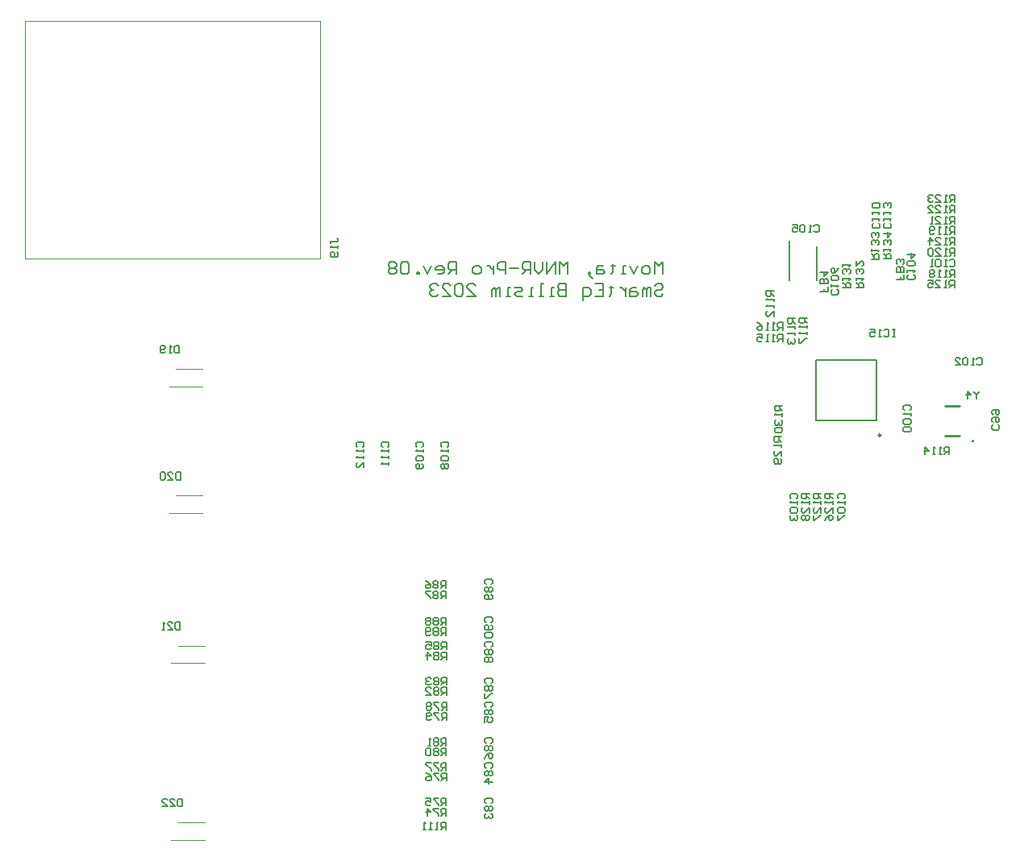
<source format=gbo>
G04*
G04 #@! TF.GenerationSoftware,Altium Limited,Altium Designer,22.2.1 (43)*
G04*
G04 Layer_Color=32896*
%FSLAX25Y25*%
%MOIN*%
G70*
G04*
G04 #@! TF.SameCoordinates,1D5F905C-50EE-4002-88AC-00FA8B853EC3*
G04*
G04*
G04 #@! TF.FilePolarity,Positive*
G04*
G01*
G75*
%ADD10C,0.00500*%
%ADD11C,0.00394*%
%ADD13C,0.00787*%
%ADD14C,0.00984*%
%ADD15C,0.01000*%
D10*
X259637Y486832D02*
X260490Y487684D01*
X262196D01*
X263048Y486832D01*
Y485979D01*
X262196Y485126D01*
X260490D01*
X259637Y484273D01*
Y483421D01*
X260490Y482568D01*
X262196D01*
X263048Y483421D01*
X257932Y482568D02*
Y485979D01*
X257079D01*
X256226Y485126D01*
Y482568D01*
Y485126D01*
X255374Y485979D01*
X254521Y485126D01*
Y482568D01*
X251963Y485979D02*
X250257D01*
X249405Y485126D01*
Y482568D01*
X251963D01*
X252815Y483421D01*
X251963Y484273D01*
X249405D01*
X247699Y485979D02*
Y482568D01*
Y484273D01*
X246846Y485126D01*
X245993Y485979D01*
X245141D01*
X241730Y486832D02*
Y485979D01*
X242583D01*
X240877D01*
X241730D01*
Y483421D01*
X240877Y482568D01*
X234908Y487684D02*
X238319D01*
Y482568D01*
X234908D01*
X238319Y485126D02*
X236613D01*
X229791Y480862D02*
Y485979D01*
X232350D01*
X233202Y485126D01*
Y483421D01*
X232350Y482568D01*
X229791D01*
X222969Y487684D02*
Y482568D01*
X220411D01*
X219559Y483421D01*
Y484273D01*
X220411Y485126D01*
X222969D01*
X220411D01*
X219559Y485979D01*
Y486832D01*
X220411Y487684D01*
X222969D01*
X217853Y482568D02*
X216147D01*
X217000D01*
Y485979D01*
X217853D01*
X213589Y482568D02*
X211884D01*
X212737D01*
Y487684D01*
X213589D01*
X209326Y482568D02*
X207620D01*
X208473D01*
Y485979D01*
X209326D01*
X205062Y482568D02*
X202504D01*
X201651Y483421D01*
X202504Y484273D01*
X204209D01*
X205062Y485126D01*
X204209Y485979D01*
X201651D01*
X199945Y482568D02*
X198240D01*
X199093D01*
Y485979D01*
X199945D01*
X195682Y482568D02*
Y485979D01*
X194829D01*
X193976Y485126D01*
Y482568D01*
Y485126D01*
X193123Y485979D01*
X192271Y485126D01*
Y482568D01*
X182038D02*
X185449D01*
X182038Y485979D01*
Y486832D01*
X182890Y487684D01*
X184596D01*
X185449Y486832D01*
X180332D02*
X179480Y487684D01*
X177774D01*
X176921Y486832D01*
Y483421D01*
X177774Y482568D01*
X179480D01*
X180332Y483421D01*
Y486832D01*
X171805Y482568D02*
X175216D01*
X171805Y485979D01*
Y486832D01*
X172658Y487684D01*
X174363D01*
X175216Y486832D01*
X170099D02*
X169247Y487684D01*
X167541D01*
X166688Y486832D01*
Y485979D01*
X167541Y485126D01*
X168394D01*
X167541D01*
X166688Y484273D01*
Y483421D01*
X167541Y482568D01*
X169247D01*
X170099Y483421D01*
X262847Y491586D02*
Y496703D01*
X261142Y494997D01*
X259436Y496703D01*
Y491586D01*
X256878D02*
X255172D01*
X254320Y492439D01*
Y494144D01*
X255172Y494997D01*
X256878D01*
X257731Y494144D01*
Y492439D01*
X256878Y491586D01*
X252614Y494997D02*
X250909Y491586D01*
X249203Y494997D01*
X247498Y491586D02*
X245792D01*
X246645D01*
Y494997D01*
X247498D01*
X242381Y495850D02*
Y494997D01*
X243234D01*
X241529D01*
X242381D01*
Y492439D01*
X241529Y491586D01*
X238118Y494997D02*
X236412D01*
X235559Y494144D01*
Y491586D01*
X238118D01*
X238970Y492439D01*
X238118Y493292D01*
X235559D01*
X233001Y490733D02*
X232148Y491586D01*
Y492439D01*
X233001D01*
Y491586D01*
X232148D01*
X233001Y490733D01*
X233854Y489881D01*
X223621Y491586D02*
Y496703D01*
X221916Y494997D01*
X220210Y496703D01*
Y491586D01*
X218505D02*
Y496703D01*
X215094Y491586D01*
Y496703D01*
X213388D02*
Y493292D01*
X211683Y491586D01*
X209977Y493292D01*
Y496703D01*
X208272Y491586D02*
Y496703D01*
X205713D01*
X204861Y495850D01*
Y494144D01*
X205713Y493292D01*
X208272D01*
X206566D02*
X204861Y491586D01*
X203155Y494144D02*
X199744D01*
X198039Y491586D02*
Y496703D01*
X195481D01*
X194628Y495850D01*
Y494144D01*
X195481Y493292D01*
X198039D01*
X192922Y494997D02*
Y491586D01*
Y493292D01*
X192069Y494144D01*
X191217Y494997D01*
X190364D01*
X186953Y491586D02*
X185248D01*
X184395Y492439D01*
Y494144D01*
X185248Y494997D01*
X186953D01*
X187806Y494144D01*
Y492439D01*
X186953Y491586D01*
X177573D02*
Y496703D01*
X175015D01*
X174162Y495850D01*
Y494144D01*
X175015Y493292D01*
X177573D01*
X175867D02*
X174162Y491586D01*
X169898D02*
X171604D01*
X172456Y492439D01*
Y494144D01*
X171604Y494997D01*
X169898D01*
X169045Y494144D01*
Y493292D01*
X172456D01*
X167340Y494997D02*
X165634Y491586D01*
X163929Y494997D01*
X162223Y491586D02*
Y492439D01*
X161371D01*
Y491586D01*
X162223D01*
X157960Y495850D02*
X157107Y496703D01*
X155402D01*
X154549Y495850D01*
Y492439D01*
X155402Y491586D01*
X157107D01*
X157960Y492439D01*
Y495850D01*
X152843D02*
X151991Y496703D01*
X150285D01*
X149432Y495850D01*
Y494997D01*
X150285Y494144D01*
X149432Y493292D01*
Y492439D01*
X150285Y491586D01*
X151991D01*
X152843Y492439D01*
Y493292D01*
X151991Y494144D01*
X152843Y494997D01*
Y495850D01*
X151991Y494144D02*
X150285D01*
X64424Y274487D02*
Y271338D01*
X62849D01*
X62325Y271863D01*
Y273962D01*
X62849Y274487D01*
X64424D01*
X59176Y271338D02*
X61275D01*
X59176Y273437D01*
Y273962D01*
X59701Y274487D01*
X60750D01*
X61275Y273962D01*
X56027Y271338D02*
X58126D01*
X56027Y273437D01*
Y273962D01*
X56552Y274487D01*
X57602D01*
X58126Y273962D01*
X63386Y347727D02*
Y344578D01*
X61812D01*
X61287Y345103D01*
Y347202D01*
X61812Y347727D01*
X63386D01*
X58138Y344578D02*
X60237D01*
X58138Y346677D01*
Y347202D01*
X58663Y347727D01*
X59712D01*
X60237Y347202D01*
X57089Y344578D02*
X56039D01*
X56564D01*
Y347727D01*
X57089Y347202D01*
X63555Y409692D02*
Y406544D01*
X61981D01*
X61456Y407068D01*
Y409167D01*
X61981Y409692D01*
X63555D01*
X58307Y406544D02*
X60406D01*
X58307Y408643D01*
Y409167D01*
X58832Y409692D01*
X59882D01*
X60406Y409167D01*
X57258D02*
X56733Y409692D01*
X55684D01*
X55159Y409167D01*
Y407068D01*
X55684Y406544D01*
X56733D01*
X57258Y407068D01*
Y409167D01*
X63018Y462098D02*
Y458949D01*
X61444D01*
X60919Y459474D01*
Y461573D01*
X61444Y462098D01*
X63018D01*
X59869Y458949D02*
X58820D01*
X59345D01*
Y462098D01*
X59869Y461573D01*
X57246Y459474D02*
X56721Y458949D01*
X55671D01*
X55147Y459474D01*
Y461573D01*
X55671Y462098D01*
X56721D01*
X57246Y461573D01*
Y461048D01*
X56721Y460524D01*
X55147D01*
X125552Y504446D02*
Y505495D01*
Y504971D01*
X128176D01*
X128701Y505495D01*
Y506020D01*
X128176Y506545D01*
X128701Y503396D02*
Y502347D01*
Y502871D01*
X125552D01*
X126077Y503396D01*
X128176Y500772D02*
X128701Y500248D01*
Y499198D01*
X128176Y498673D01*
X126077D01*
X125552Y499198D01*
Y500248D01*
X126077Y500772D01*
X126602D01*
X127127Y500248D01*
Y498673D01*
X322520Y473447D02*
X319371D01*
Y471873D01*
X319896Y471348D01*
X320946D01*
X321470Y471873D01*
Y473447D01*
Y472398D02*
X322520Y471348D01*
Y470299D02*
Y469249D01*
Y469774D01*
X319371D01*
X319896Y470299D01*
X322520Y467675D02*
Y466625D01*
Y467150D01*
X319371D01*
X319896Y467675D01*
X319371Y465051D02*
Y462952D01*
X319896D01*
X321995Y465051D01*
X322520D01*
X362928Y435272D02*
X362403Y435797D01*
Y436846D01*
X362928Y437371D01*
X365027D01*
X365551Y436846D01*
Y435797D01*
X365027Y435272D01*
X365551Y434223D02*
Y433173D01*
Y433698D01*
X362403D01*
X362928Y434223D01*
Y431599D02*
X362403Y431074D01*
Y430024D01*
X362928Y429500D01*
X365027D01*
X365551Y430024D01*
Y431074D01*
X365027Y431599D01*
X362928D01*
Y428450D02*
X362403Y427925D01*
Y426876D01*
X362928Y426351D01*
X365027D01*
X365551Y426876D01*
Y427925D01*
X365027Y428450D01*
X362928D01*
X401562Y429250D02*
X402087Y428725D01*
Y427676D01*
X401562Y427151D01*
X399463D01*
X398938Y427676D01*
Y428725D01*
X399463Y429250D01*
Y430300D02*
X398938Y430824D01*
Y431874D01*
X399463Y432399D01*
X401562D01*
X402087Y431874D01*
Y430824D01*
X401562Y430300D01*
X401037D01*
X400513Y430824D01*
Y432399D01*
X399463Y433448D02*
X398938Y433973D01*
Y435023D01*
X399463Y435547D01*
X401562D01*
X402087Y435023D01*
Y433973D01*
X401562Y433448D01*
X401037D01*
X400513Y433973D01*
Y435547D01*
X317638Y473329D02*
X314489D01*
Y471755D01*
X315014Y471230D01*
X316064D01*
X316588Y471755D01*
Y473329D01*
Y472280D02*
X317638Y471230D01*
Y470181D02*
Y469131D01*
Y469656D01*
X314489D01*
X315014Y470181D01*
X317638Y467557D02*
Y466507D01*
Y467032D01*
X314489D01*
X315014Y467557D01*
Y464933D02*
X314489Y464408D01*
Y463359D01*
X315014Y462834D01*
X315539D01*
X316064Y463359D01*
Y463883D01*
Y463359D01*
X316588Y462834D01*
X317113D01*
X317638Y463359D01*
Y464408D01*
X317113Y464933D01*
X393530Y443160D02*
Y442635D01*
X392480Y441585D01*
X391431Y442635D01*
Y443160D01*
X392480Y441585D02*
Y440011D01*
X388807D02*
Y443160D01*
X390382Y441585D01*
X388282D01*
X354214Y497926D02*
X357362D01*
Y499500D01*
X356838Y500025D01*
X355788D01*
X355263Y499500D01*
Y497926D01*
Y498975D02*
X354214Y500025D01*
Y501074D02*
Y502124D01*
Y501599D01*
X357362D01*
X356838Y501074D01*
Y503698D02*
X357362Y504223D01*
Y505272D01*
X356838Y505797D01*
X356313D01*
X355788Y505272D01*
Y504748D01*
Y505272D01*
X355263Y505797D01*
X354739D01*
X354214Y505272D01*
Y504223D01*
X354739Y503698D01*
X354214Y508421D02*
X357362D01*
X355788Y506847D01*
Y508946D01*
X349214Y497847D02*
X352362D01*
Y499421D01*
X351838Y499946D01*
X350788D01*
X350263Y499421D01*
Y497847D01*
Y498897D02*
X349214Y499946D01*
Y500996D02*
Y502045D01*
Y501520D01*
X352362D01*
X351838Y500996D01*
Y503619D02*
X352362Y504144D01*
Y505194D01*
X351838Y505719D01*
X351313D01*
X350788Y505194D01*
Y504669D01*
Y505194D01*
X350263Y505719D01*
X349739D01*
X349214Y505194D01*
Y504144D01*
X349739Y503619D01*
X351838Y506768D02*
X352362Y507293D01*
Y508342D01*
X351838Y508867D01*
X351313D01*
X350788Y508342D01*
Y507818D01*
Y508342D01*
X350263Y508867D01*
X349739D01*
X349214Y508342D01*
Y507293D01*
X349739Y506768D01*
X342796Y485997D02*
X345945D01*
Y487571D01*
X345420Y488096D01*
X344371D01*
X343846Y487571D01*
Y485997D01*
Y487046D02*
X342796Y488096D01*
Y489145D02*
Y490195D01*
Y489670D01*
X345945D01*
X345420Y489145D01*
Y491769D02*
X345945Y492294D01*
Y493343D01*
X345420Y493868D01*
X344896D01*
X344371Y493343D01*
Y492819D01*
Y493343D01*
X343846Y493868D01*
X343321D01*
X342796Y493343D01*
Y492294D01*
X343321Y491769D01*
X342796Y497017D02*
Y494918D01*
X344896Y497017D01*
X345420D01*
X345945Y496492D01*
Y495442D01*
X345420Y494918D01*
X337403Y485931D02*
X340551D01*
Y487505D01*
X340027Y488030D01*
X338977D01*
X338452Y487505D01*
Y485931D01*
Y486980D02*
X337403Y488030D01*
Y489079D02*
Y490129D01*
Y489604D01*
X340551D01*
X340027Y489079D01*
Y491703D02*
X340551Y492228D01*
Y493278D01*
X340027Y493802D01*
X339502D01*
X338977Y493278D01*
Y492753D01*
Y493278D01*
X338452Y493802D01*
X337928D01*
X337403Y493278D01*
Y492228D01*
X337928Y491703D01*
X337403Y494852D02*
Y495901D01*
Y495377D01*
X340551D01*
X340027Y494852D01*
X312362Y437095D02*
X309214D01*
Y435521D01*
X309739Y434996D01*
X310788D01*
X311313Y435521D01*
Y437095D01*
Y436046D02*
X312362Y434996D01*
Y433947D02*
Y432897D01*
Y433422D01*
X309214D01*
X309739Y433947D01*
Y431323D02*
X309214Y430798D01*
Y429749D01*
X309739Y429224D01*
X310263D01*
X310788Y429749D01*
Y430273D01*
Y429749D01*
X311313Y429224D01*
X311838D01*
X312362Y429749D01*
Y430798D01*
X311838Y431323D01*
X309739Y428174D02*
X309214Y427650D01*
Y426600D01*
X309739Y426075D01*
X311838D01*
X312362Y426600D01*
Y427650D01*
X311838Y428174D01*
X309739D01*
X312047Y424261D02*
X308899D01*
Y422686D01*
X309424Y422162D01*
X310473D01*
X310998Y422686D01*
Y424261D01*
Y423211D02*
X312047Y422162D01*
Y421112D02*
Y420063D01*
Y420587D01*
X308899D01*
X309424Y421112D01*
X312047Y416389D02*
Y418488D01*
X309948Y416389D01*
X309424D01*
X308899Y416914D01*
Y417964D01*
X309424Y418488D01*
X311523Y415340D02*
X312047Y414815D01*
Y413765D01*
X311523Y413241D01*
X309424D01*
X308899Y413765D01*
Y414815D01*
X309424Y415340D01*
X309948D01*
X310473Y414815D01*
Y413241D01*
X323465Y400757D02*
X320316D01*
Y399183D01*
X320841Y398658D01*
X321890D01*
X322415Y399183D01*
Y400757D01*
Y399707D02*
X323465Y398658D01*
Y397608D02*
Y396559D01*
Y397083D01*
X320316D01*
X320841Y397608D01*
X323465Y392885D02*
Y394985D01*
X321366Y392885D01*
X320841D01*
X320316Y393410D01*
Y394460D01*
X320841Y394985D01*
Y391836D02*
X320316Y391311D01*
Y390262D01*
X320841Y389737D01*
X321366D01*
X321890Y390262D01*
X322415Y389737D01*
X322940D01*
X323465Y390262D01*
Y391311D01*
X322940Y391836D01*
X322415D01*
X321890Y391311D01*
X321366Y391836D01*
X320841D01*
X321890Y391311D02*
Y390262D01*
X328347Y400757D02*
X325198D01*
Y399183D01*
X325723Y398658D01*
X326772D01*
X327297Y399183D01*
Y400757D01*
Y399707D02*
X328347Y398658D01*
Y397608D02*
Y396559D01*
Y397083D01*
X325198D01*
X325723Y397608D01*
X328347Y392885D02*
Y394985D01*
X326248Y392885D01*
X325723D01*
X325198Y393410D01*
Y394460D01*
X325723Y394985D01*
X325198Y391836D02*
Y389737D01*
X325723D01*
X327822Y391836D01*
X328347D01*
X333110Y400757D02*
X329962D01*
Y399183D01*
X330487Y398658D01*
X331536D01*
X332061Y399183D01*
Y400757D01*
Y399707D02*
X333110Y398658D01*
Y397608D02*
Y396559D01*
Y397083D01*
X329962D01*
X330487Y397608D01*
X333110Y392885D02*
Y394985D01*
X331011Y392885D01*
X330487D01*
X329962Y393410D01*
Y394460D01*
X330487Y394985D01*
X329962Y389737D02*
X330487Y390786D01*
X331536Y391836D01*
X332586D01*
X333110Y391311D01*
Y390262D01*
X332586Y389737D01*
X332061D01*
X331536Y390262D01*
Y391836D01*
X383503Y485995D02*
Y489144D01*
X381929D01*
X381404Y488619D01*
Y487570D01*
X381929Y487045D01*
X383503D01*
X382453D02*
X381404Y485995D01*
X380354D02*
X379305D01*
X379830D01*
Y489144D01*
X380354Y488619D01*
X375631Y485995D02*
X377730D01*
X375631Y488095D01*
Y488619D01*
X376156Y489144D01*
X377206D01*
X377730Y488619D01*
X372483Y489144D02*
X374582D01*
Y487570D01*
X373532Y488095D01*
X373008D01*
X372483Y487570D01*
Y486520D01*
X373008Y485995D01*
X374057D01*
X374582Y486520D01*
X383621Y503751D02*
Y506900D01*
X382047D01*
X381522Y506375D01*
Y505326D01*
X382047Y504801D01*
X383621D01*
X382572D02*
X381522Y503751D01*
X380472D02*
X379423D01*
X379948D01*
Y506900D01*
X380472Y506375D01*
X375749Y503751D02*
X377849D01*
X375749Y505850D01*
Y506375D01*
X376274Y506900D01*
X377324D01*
X377849Y506375D01*
X373126Y503751D02*
Y506900D01*
X374700Y505326D01*
X372601D01*
X383621Y521389D02*
Y524538D01*
X382047D01*
X381522Y524013D01*
Y522963D01*
X382047Y522439D01*
X383621D01*
X382572D02*
X381522Y521389D01*
X380472D02*
X379423D01*
X379948D01*
Y524538D01*
X380472Y524013D01*
X375749Y521389D02*
X377849D01*
X375749Y523488D01*
Y524013D01*
X376274Y524538D01*
X377324D01*
X377849Y524013D01*
X374700D02*
X374175Y524538D01*
X373126D01*
X372601Y524013D01*
Y523488D01*
X373126Y522963D01*
X373650D01*
X373126D01*
X372601Y522439D01*
Y521914D01*
X373126Y521389D01*
X374175D01*
X374700Y521914D01*
X383621Y516940D02*
Y520089D01*
X382047D01*
X381522Y519564D01*
Y518515D01*
X382047Y517990D01*
X383621D01*
X382572D02*
X381522Y516940D01*
X380472D02*
X379423D01*
X379948D01*
Y520089D01*
X380472Y519564D01*
X375749Y516940D02*
X377849D01*
X375749Y519039D01*
Y519564D01*
X376274Y520089D01*
X377324D01*
X377849Y519564D01*
X372601Y516940D02*
X374700D01*
X372601Y519039D01*
Y519564D01*
X373126Y520089D01*
X374175D01*
X374700Y519564D01*
X383621Y512373D02*
Y515522D01*
X382047D01*
X381522Y514997D01*
Y513948D01*
X382047Y513423D01*
X383621D01*
X382572D02*
X381522Y512373D01*
X380472D02*
X379423D01*
X379948D01*
Y515522D01*
X380472Y514997D01*
X375749Y512373D02*
X377849D01*
X375749Y514472D01*
Y514997D01*
X376274Y515522D01*
X377324D01*
X377849Y514997D01*
X374700Y512373D02*
X373650D01*
X374175D01*
Y515522D01*
X374700Y514997D01*
X383621Y499224D02*
Y502372D01*
X382047D01*
X381522Y501848D01*
Y500798D01*
X382047Y500273D01*
X383621D01*
X382572D02*
X381522Y499224D01*
X380472D02*
X379423D01*
X379948D01*
Y502372D01*
X380472Y501848D01*
X375749Y499224D02*
X377849D01*
X375749Y501323D01*
Y501848D01*
X376274Y502372D01*
X377324D01*
X377849Y501848D01*
X374700D02*
X374175Y502372D01*
X373126D01*
X372601Y501848D01*
Y499749D01*
X373126Y499224D01*
X374175D01*
X374700Y499749D01*
Y501848D01*
X383621Y508121D02*
Y511270D01*
X382047D01*
X381522Y510745D01*
Y509696D01*
X382047Y509171D01*
X383621D01*
X382572D02*
X381522Y508121D01*
X380472D02*
X379423D01*
X379948D01*
Y511270D01*
X380472Y510745D01*
X377849Y508121D02*
X376799D01*
X377324D01*
Y511270D01*
X377849Y510745D01*
X375225Y508646D02*
X374700Y508121D01*
X373650D01*
X373126Y508646D01*
Y510745D01*
X373650Y511270D01*
X374700D01*
X375225Y510745D01*
Y510220D01*
X374700Y509696D01*
X373126D01*
X383621Y490287D02*
Y493435D01*
X382047D01*
X381522Y492911D01*
Y491861D01*
X382047Y491336D01*
X383621D01*
X382572D02*
X381522Y490287D01*
X380472D02*
X379423D01*
X379948D01*
Y493435D01*
X380472Y492911D01*
X377849Y490287D02*
X376799D01*
X377324D01*
Y493435D01*
X377849Y492911D01*
X375225D02*
X374700Y493435D01*
X373650D01*
X373126Y492911D01*
Y492386D01*
X373650Y491861D01*
X373126Y491336D01*
Y490811D01*
X373650Y490287D01*
X374700D01*
X375225Y490811D01*
Y491336D01*
X374700Y491861D01*
X375225Y492386D01*
Y492911D01*
X374700Y491861D02*
X373650D01*
X312433Y468530D02*
Y471679D01*
X310859D01*
X310334Y471154D01*
Y470105D01*
X310859Y469580D01*
X312433D01*
X311384D02*
X310334Y468530D01*
X309284D02*
X308235D01*
X308760D01*
Y471679D01*
X309284Y471154D01*
X306661Y468530D02*
X305611D01*
X306136D01*
Y471679D01*
X306661Y471154D01*
X301938Y471679D02*
X302987Y471154D01*
X304037Y470105D01*
Y469055D01*
X303512Y468530D01*
X302462D01*
X301938Y469055D01*
Y469580D01*
X302462Y470105D01*
X304037D01*
X312433Y463630D02*
Y466779D01*
X310859D01*
X310334Y466254D01*
Y465205D01*
X310859Y464680D01*
X312433D01*
X311384D02*
X310334Y463630D01*
X309284D02*
X308235D01*
X308760D01*
Y466779D01*
X309284Y466254D01*
X306661Y463630D02*
X305611D01*
X306136D01*
Y466779D01*
X306661Y466254D01*
X301938Y466779D02*
X304037D01*
Y465205D01*
X302987Y465729D01*
X302462D01*
X301938Y465205D01*
Y464155D01*
X302462Y463630D01*
X303512D01*
X304037Y464155D01*
X381390Y416980D02*
Y420128D01*
X379816D01*
X379291Y419603D01*
Y418554D01*
X379816Y418029D01*
X381390D01*
X380341D02*
X379291Y416980D01*
X378241D02*
X377192D01*
X377717D01*
Y420128D01*
X378241Y419603D01*
X375618Y416980D02*
X374568D01*
X375093D01*
Y420128D01*
X375618Y419603D01*
X371420Y416980D02*
Y420128D01*
X372994Y418554D01*
X370895D01*
X308780Y484668D02*
X305631D01*
Y483093D01*
X306156Y482569D01*
X307205D01*
X307730Y483093D01*
Y484668D01*
Y483618D02*
X308780Y482569D01*
Y481519D02*
Y480470D01*
Y480994D01*
X305631D01*
X306156Y481519D01*
X308780Y478895D02*
Y477846D01*
Y478371D01*
X305631D01*
X306156Y478895D01*
X308780Y474172D02*
Y476271D01*
X306681Y474172D01*
X306156D01*
X305631Y474697D01*
Y475747D01*
X306156Y476271D01*
X358988Y468868D02*
X357939D01*
X358464D01*
Y465720D01*
X358988D01*
X357939D01*
X354266Y468344D02*
X354790Y468868D01*
X355840D01*
X356365Y468344D01*
Y466245D01*
X355840Y465720D01*
X354790D01*
X354266Y466245D01*
X353216Y465720D02*
X352167D01*
X352691D01*
Y468868D01*
X353216Y468344D01*
X348493Y468868D02*
X350592D01*
Y467294D01*
X349543Y467819D01*
X349018D01*
X348493Y467294D01*
Y466245D01*
X349018Y465720D01*
X350067D01*
X350592Y466245D01*
X331103Y486573D02*
Y484474D01*
X329528D01*
Y485524D01*
Y484474D01*
X327954D01*
X331103Y487622D02*
X327954D01*
Y489197D01*
X328479Y489722D01*
X329004D01*
X329528Y489197D01*
Y487622D01*
Y489197D01*
X330053Y489722D01*
X330578D01*
X331103Y489197D01*
Y487622D01*
X327954Y492345D02*
X331103D01*
X329528Y490771D01*
Y492870D01*
X362717Y491494D02*
Y489395D01*
X361142D01*
Y490445D01*
Y489395D01*
X359568D01*
X362717Y492544D02*
X359568D01*
Y494118D01*
X360093Y494643D01*
X360618D01*
X361142Y494118D01*
Y492544D01*
Y494118D01*
X361667Y494643D01*
X362192D01*
X362717Y494118D01*
Y492544D01*
X362192Y495692D02*
X362717Y496217D01*
Y497267D01*
X362192Y497791D01*
X361667D01*
X361142Y497267D01*
Y496742D01*
Y497267D01*
X360618Y497791D01*
X360093D01*
X359568Y497267D01*
Y496217D01*
X360093Y495692D01*
X356838Y512728D02*
X357362Y512203D01*
Y511154D01*
X356838Y510629D01*
X354739D01*
X354214Y511154D01*
Y512203D01*
X354739Y512728D01*
X354214Y513778D02*
Y514827D01*
Y514302D01*
X357362D01*
X356838Y513778D01*
X354214Y516401D02*
Y517451D01*
Y516926D01*
X357362D01*
X356838Y516401D01*
Y519025D02*
X357362Y519550D01*
Y520600D01*
X356838Y521124D01*
X356313D01*
X355788Y520600D01*
Y520075D01*
Y520600D01*
X355263Y521124D01*
X354739D01*
X354214Y520600D01*
Y519550D01*
X354739Y519025D01*
X136707Y420036D02*
X136182Y420561D01*
Y421610D01*
X136707Y422135D01*
X138806D01*
X139331Y421610D01*
Y420561D01*
X138806Y420036D01*
X139331Y418986D02*
Y417937D01*
Y418462D01*
X136182D01*
X136707Y418986D01*
X139331Y416362D02*
Y415313D01*
Y415838D01*
X136182D01*
X136707Y416362D01*
X139331Y411639D02*
Y413739D01*
X137232Y411639D01*
X136707D01*
X136182Y412164D01*
Y413214D01*
X136707Y413739D01*
X147101Y420036D02*
X146576Y420561D01*
Y421610D01*
X147101Y422135D01*
X149200D01*
X149725Y421610D01*
Y420561D01*
X149200Y420036D01*
X149725Y418986D02*
Y417937D01*
Y418462D01*
X146576D01*
X147101Y418986D01*
X149725Y416362D02*
Y415313D01*
Y415838D01*
X146576D01*
X147101Y416362D01*
X149725Y413739D02*
Y412689D01*
Y413214D01*
X146576D01*
X147101Y413739D01*
X352113Y512728D02*
X352638Y512203D01*
Y511154D01*
X352113Y510629D01*
X350014D01*
X349489Y511154D01*
Y512203D01*
X350014Y512728D01*
X349489Y513778D02*
Y514827D01*
Y514302D01*
X352638D01*
X352113Y513778D01*
X349489Y516401D02*
Y517451D01*
Y516926D01*
X352638D01*
X352113Y516401D01*
Y519025D02*
X352638Y519550D01*
Y520600D01*
X352113Y521124D01*
X350014D01*
X349489Y520600D01*
Y519550D01*
X350014Y519025D01*
X352113D01*
X161313Y420036D02*
X160789Y420561D01*
Y421610D01*
X161313Y422135D01*
X163412D01*
X163937Y421610D01*
Y420561D01*
X163412Y420036D01*
X163937Y418986D02*
Y417937D01*
Y418462D01*
X160789D01*
X161313Y418986D01*
Y416362D02*
X160789Y415838D01*
Y414788D01*
X161313Y414263D01*
X163412D01*
X163937Y414788D01*
Y415838D01*
X163412Y416362D01*
X161313D01*
X163412Y413214D02*
X163937Y412689D01*
Y411639D01*
X163412Y411115D01*
X161313D01*
X160789Y411639D01*
Y412689D01*
X161313Y413214D01*
X161838D01*
X162363Y412689D01*
Y411115D01*
X171707Y420036D02*
X171182Y420561D01*
Y421610D01*
X171707Y422135D01*
X173806D01*
X174331Y421610D01*
Y420561D01*
X173806Y420036D01*
X174331Y418986D02*
Y417937D01*
Y418462D01*
X171182D01*
X171707Y418986D01*
Y416362D02*
X171182Y415838D01*
Y414788D01*
X171707Y414263D01*
X173806D01*
X174331Y414788D01*
Y415838D01*
X173806Y416362D01*
X171707D01*
Y413214D02*
X171182Y412689D01*
Y411639D01*
X171707Y411115D01*
X172232D01*
X172757Y411639D01*
X173281Y411115D01*
X173806D01*
X174331Y411639D01*
Y412689D01*
X173806Y413214D01*
X173281D01*
X172757Y412689D01*
X172232Y413214D01*
X171707D01*
X172757Y412689D02*
Y411639D01*
X335723Y398658D02*
X335198Y399183D01*
Y400232D01*
X335723Y400757D01*
X337822D01*
X338347Y400232D01*
Y399183D01*
X337822Y398658D01*
X338347Y397608D02*
Y396559D01*
Y397083D01*
X335198D01*
X335723Y397608D01*
Y394985D02*
X335198Y394460D01*
Y393410D01*
X335723Y392885D01*
X337822D01*
X338347Y393410D01*
Y394460D01*
X337822Y394985D01*
X335723D01*
X335198Y391836D02*
Y389737D01*
X335723D01*
X337822Y391836D01*
X338347D01*
X335066Y485261D02*
X335591Y484736D01*
Y483687D01*
X335066Y483162D01*
X332967D01*
X332442Y483687D01*
Y484736D01*
X332967Y485261D01*
X332442Y486311D02*
Y487360D01*
Y486835D01*
X335591D01*
X335066Y486311D01*
Y488934D02*
X335591Y489459D01*
Y490509D01*
X335066Y491034D01*
X332967D01*
X332442Y490509D01*
Y489459D01*
X332967Y488934D01*
X335066D01*
X335591Y494182D02*
X335066Y493133D01*
X334016Y492083D01*
X332967D01*
X332442Y492608D01*
Y493657D01*
X332967Y494182D01*
X333492D01*
X334016Y493657D01*
Y492083D01*
X325421Y511541D02*
X325946Y512066D01*
X326996D01*
X327520Y511541D01*
Y509442D01*
X326996Y508917D01*
X325946D01*
X325421Y509442D01*
X324372Y508917D02*
X323322D01*
X323847D01*
Y512066D01*
X324372Y511541D01*
X321748D02*
X321223Y512066D01*
X320174D01*
X319649Y511541D01*
Y509442D01*
X320174Y508917D01*
X321223D01*
X321748Y509442D01*
Y511541D01*
X316500Y512066D02*
X318599D01*
Y510491D01*
X317550Y511016D01*
X317025D01*
X316500Y510491D01*
Y509442D01*
X317025Y508917D01*
X318075D01*
X318599Y509442D01*
X366720Y491363D02*
X367244Y490839D01*
Y489789D01*
X366720Y489264D01*
X364620D01*
X364096Y489789D01*
Y490839D01*
X364620Y491363D01*
X364096Y492413D02*
Y493463D01*
Y492938D01*
X367244D01*
X366720Y492413D01*
Y495037D02*
X367244Y495562D01*
Y496611D01*
X366720Y497136D01*
X364620D01*
X364096Y496611D01*
Y495562D01*
X364620Y495037D01*
X366720D01*
X364096Y499760D02*
X367244D01*
X365670Y498185D01*
Y500284D01*
X316077Y398658D02*
X315552Y399183D01*
Y400232D01*
X316077Y400757D01*
X318176D01*
X318701Y400232D01*
Y399183D01*
X318176Y398658D01*
X318701Y397608D02*
Y396559D01*
Y397083D01*
X315552D01*
X316077Y397608D01*
Y394985D02*
X315552Y394460D01*
Y393410D01*
X316077Y392885D01*
X318176D01*
X318701Y393410D01*
Y394460D01*
X318176Y394985D01*
X316077D01*
Y391836D02*
X315552Y391311D01*
Y390262D01*
X316077Y389737D01*
X316602D01*
X317127Y390262D01*
Y390786D01*
Y390262D01*
X317652Y389737D01*
X318176D01*
X318701Y390262D01*
Y391311D01*
X318176Y391836D01*
X392742Y456572D02*
X393267Y457097D01*
X394317D01*
X394841Y456572D01*
Y454473D01*
X394317Y453948D01*
X393267D01*
X392742Y454473D01*
X391693Y453948D02*
X390643D01*
X391168D01*
Y457097D01*
X391693Y456572D01*
X389069D02*
X388544Y457097D01*
X387495D01*
X386970Y456572D01*
Y454473D01*
X387495Y453948D01*
X388544D01*
X389069Y454473D01*
Y456572D01*
X383821Y453948D02*
X385920D01*
X383821Y456047D01*
Y456572D01*
X384346Y457097D01*
X385396D01*
X385920Y456572D01*
X381522Y497320D02*
X382047Y497845D01*
X383096D01*
X383621Y497320D01*
Y495221D01*
X383096Y494696D01*
X382047D01*
X381522Y495221D01*
X380472Y494696D02*
X379423D01*
X379948D01*
Y497845D01*
X380472Y497320D01*
X377849D02*
X377324Y497845D01*
X376274D01*
X375749Y497320D01*
Y495221D01*
X376274Y494696D01*
X377324D01*
X377849Y495221D01*
Y497320D01*
X374700Y494696D02*
X373650D01*
X374175D01*
Y497845D01*
X374700Y497320D01*
X173228Y261625D02*
Y264774D01*
X171653D01*
X171128Y264249D01*
Y263200D01*
X171653Y262675D01*
X173228D01*
X172178D02*
X171128Y261625D01*
X170079D02*
X169029D01*
X169554D01*
Y264774D01*
X170079Y264249D01*
X167455Y261625D02*
X166406D01*
X166930D01*
Y264774D01*
X167455Y264249D01*
X164831Y261625D02*
X163782D01*
X164306D01*
Y264774D01*
X164831Y264249D01*
X173254Y342121D02*
Y345270D01*
X171680D01*
X171155Y344745D01*
Y343695D01*
X171680Y343171D01*
X173254D01*
X172204D02*
X171155Y342121D01*
X170105Y344745D02*
X169581Y345270D01*
X168531D01*
X168006Y344745D01*
Y344220D01*
X168531Y343695D01*
X168006Y343171D01*
Y342646D01*
X168531Y342121D01*
X169581D01*
X170105Y342646D01*
Y343171D01*
X169581Y343695D01*
X170105Y344220D01*
Y344745D01*
X169581Y343695D02*
X168531D01*
X166957Y342646D02*
X166432Y342121D01*
X165383D01*
X164858Y342646D01*
Y344745D01*
X165383Y345270D01*
X166432D01*
X166957Y344745D01*
Y344220D01*
X166432Y343695D01*
X164858D01*
X173254Y346389D02*
Y349538D01*
X171680D01*
X171155Y349013D01*
Y347963D01*
X171680Y347439D01*
X173254D01*
X172204D02*
X171155Y346389D01*
X170105Y349013D02*
X169581Y349538D01*
X168531D01*
X168006Y349013D01*
Y348488D01*
X168531Y347963D01*
X168006Y347439D01*
Y346914D01*
X168531Y346389D01*
X169581D01*
X170105Y346914D01*
Y347439D01*
X169581Y347963D01*
X170105Y348488D01*
Y349013D01*
X169581Y347963D02*
X168531D01*
X166957Y349013D02*
X166432Y349538D01*
X165383D01*
X164858Y349013D01*
Y348488D01*
X165383Y347963D01*
X164858Y347439D01*
Y346914D01*
X165383Y346389D01*
X166432D01*
X166957Y346914D01*
Y347439D01*
X166432Y347963D01*
X166957Y348488D01*
Y349013D01*
X166432Y347963D02*
X165383D01*
X173215Y357255D02*
Y360404D01*
X171640D01*
X171116Y359879D01*
Y358829D01*
X171640Y358305D01*
X173215D01*
X172165D02*
X171116Y357255D01*
X170066Y359879D02*
X169541Y360404D01*
X168492D01*
X167967Y359879D01*
Y359354D01*
X168492Y358829D01*
X167967Y358305D01*
Y357780D01*
X168492Y357255D01*
X169541D01*
X170066Y357780D01*
Y358305D01*
X169541Y358829D01*
X170066Y359354D01*
Y359879D01*
X169541Y358829D02*
X168492D01*
X166917Y360404D02*
X164818D01*
Y359879D01*
X166917Y357780D01*
Y357255D01*
X173215Y361584D02*
Y364733D01*
X171640D01*
X171116Y364208D01*
Y363158D01*
X171640Y362633D01*
X173215D01*
X172165D02*
X171116Y361584D01*
X170066Y364208D02*
X169541Y364733D01*
X168492D01*
X167967Y364208D01*
Y363683D01*
X168492Y363158D01*
X167967Y362633D01*
Y362109D01*
X168492Y361584D01*
X169541D01*
X170066Y362109D01*
Y362633D01*
X169541Y363158D01*
X170066Y363683D01*
Y364208D01*
X169541Y363158D02*
X168492D01*
X164818Y364733D02*
X165868Y364208D01*
X166917Y363158D01*
Y362109D01*
X166393Y361584D01*
X165343D01*
X164818Y362109D01*
Y362633D01*
X165343Y363158D01*
X166917D01*
X173451Y336310D02*
Y339459D01*
X171877D01*
X171352Y338934D01*
Y337885D01*
X171877Y337360D01*
X173451D01*
X172401D02*
X171352Y336310D01*
X170302Y338934D02*
X169777Y339459D01*
X168728D01*
X168203Y338934D01*
Y338409D01*
X168728Y337885D01*
X168203Y337360D01*
Y336835D01*
X168728Y336310D01*
X169777D01*
X170302Y336835D01*
Y337360D01*
X169777Y337885D01*
X170302Y338409D01*
Y338934D01*
X169777Y337885D02*
X168728D01*
X165055Y339459D02*
X167154D01*
Y337885D01*
X166104Y338409D01*
X165579D01*
X165055Y337885D01*
Y336835D01*
X165579Y336310D01*
X166629D01*
X167154Y336835D01*
X173451Y332019D02*
Y335168D01*
X171877D01*
X171352Y334643D01*
Y333593D01*
X171877Y333069D01*
X173451D01*
X172401D02*
X171352Y332019D01*
X170302Y334643D02*
X169777Y335168D01*
X168728D01*
X168203Y334643D01*
Y334118D01*
X168728Y333593D01*
X168203Y333069D01*
Y332544D01*
X168728Y332019D01*
X169777D01*
X170302Y332544D01*
Y333069D01*
X169777Y333593D01*
X170302Y334118D01*
Y334643D01*
X169777Y333593D02*
X168728D01*
X165579Y332019D02*
Y335168D01*
X167154Y333593D01*
X165055D01*
X173490Y321586D02*
Y324734D01*
X171916D01*
X171391Y324210D01*
Y323160D01*
X171916Y322636D01*
X173490D01*
X172441D02*
X171391Y321586D01*
X170342Y324210D02*
X169817Y324734D01*
X168767D01*
X168243Y324210D01*
Y323685D01*
X168767Y323160D01*
X168243Y322636D01*
Y322111D01*
X168767Y321586D01*
X169817D01*
X170342Y322111D01*
Y322636D01*
X169817Y323160D01*
X170342Y323685D01*
Y324210D01*
X169817Y323160D02*
X168767D01*
X167193Y324210D02*
X166668Y324734D01*
X165619D01*
X165094Y324210D01*
Y323685D01*
X165619Y323160D01*
X166144D01*
X165619D01*
X165094Y322636D01*
Y322111D01*
X165619Y321586D01*
X166668D01*
X167193Y322111D01*
X173490Y317452D02*
Y320601D01*
X171916D01*
X171391Y320076D01*
Y319026D01*
X171916Y318502D01*
X173490D01*
X172441D02*
X171391Y317452D01*
X170342Y320076D02*
X169817Y320601D01*
X168767D01*
X168243Y320076D01*
Y319551D01*
X168767Y319026D01*
X168243Y318502D01*
Y317977D01*
X168767Y317452D01*
X169817D01*
X170342Y317977D01*
Y318502D01*
X169817Y319026D01*
X170342Y319551D01*
Y320076D01*
X169817Y319026D02*
X168767D01*
X165094Y317452D02*
X167193D01*
X165094Y319551D01*
Y320076D01*
X165619Y320601D01*
X166668D01*
X167193Y320076D01*
X173372Y296468D02*
Y299616D01*
X171798D01*
X171273Y299092D01*
Y298042D01*
X171798Y297517D01*
X173372D01*
X172322D02*
X171273Y296468D01*
X170223Y299092D02*
X169699Y299616D01*
X168649D01*
X168124Y299092D01*
Y298567D01*
X168649Y298042D01*
X168124Y297517D01*
Y296993D01*
X168649Y296468D01*
X169699D01*
X170223Y296993D01*
Y297517D01*
X169699Y298042D01*
X170223Y298567D01*
Y299092D01*
X169699Y298042D02*
X168649D01*
X167075Y296468D02*
X166025D01*
X166550D01*
Y299616D01*
X167075Y299092D01*
X173372Y292373D02*
Y295522D01*
X171798D01*
X171273Y294997D01*
Y293948D01*
X171798Y293423D01*
X173372D01*
X172322D02*
X171273Y292373D01*
X170223Y294997D02*
X169699Y295522D01*
X168649D01*
X168124Y294997D01*
Y294472D01*
X168649Y293948D01*
X168124Y293423D01*
Y292898D01*
X168649Y292373D01*
X169699D01*
X170223Y292898D01*
Y293423D01*
X169699Y293948D01*
X170223Y294472D01*
Y294997D01*
X169699Y293948D02*
X168649D01*
X167075Y294997D02*
X166550Y295522D01*
X165501D01*
X164976Y294997D01*
Y292898D01*
X165501Y292373D01*
X166550D01*
X167075Y292898D01*
Y294997D01*
X173569Y307019D02*
Y310168D01*
X171995D01*
X171470Y309643D01*
Y308593D01*
X171995Y308069D01*
X173569D01*
X172519D02*
X171470Y307019D01*
X170420Y310168D02*
X168321D01*
Y309643D01*
X170420Y307544D01*
Y307019D01*
X167272Y307544D02*
X166747Y307019D01*
X165697D01*
X165173Y307544D01*
Y309643D01*
X165697Y310168D01*
X166747D01*
X167272Y309643D01*
Y309118D01*
X166747Y308593D01*
X165173D01*
X173530Y311211D02*
Y314360D01*
X171955D01*
X171431Y313835D01*
Y312785D01*
X171955Y312261D01*
X173530D01*
X172480D02*
X171431Y311211D01*
X170381Y314360D02*
X168282D01*
Y313835D01*
X170381Y311736D01*
Y311211D01*
X167232Y313835D02*
X166708Y314360D01*
X165658D01*
X165133Y313835D01*
Y313310D01*
X165658Y312785D01*
X165133Y312261D01*
Y311736D01*
X165658Y311211D01*
X166708D01*
X167232Y311736D01*
Y312261D01*
X166708Y312785D01*
X167232Y313310D01*
Y313835D01*
X166708Y312785D02*
X165658D01*
X173411Y286232D02*
Y289380D01*
X171837D01*
X171312Y288856D01*
Y287806D01*
X171837Y287281D01*
X173411D01*
X172362D02*
X171312Y286232D01*
X170263Y289380D02*
X168164D01*
Y288856D01*
X170263Y286756D01*
Y286232D01*
X167114Y289380D02*
X165015D01*
Y288856D01*
X167114Y286756D01*
Y286232D01*
X173490Y282019D02*
Y285168D01*
X171916D01*
X171391Y284643D01*
Y283593D01*
X171916Y283069D01*
X173490D01*
X172441D02*
X171391Y282019D01*
X170342Y285168D02*
X168243D01*
Y284643D01*
X170342Y282544D01*
Y282019D01*
X165094Y285168D02*
X166144Y284643D01*
X167193Y283593D01*
Y282544D01*
X166668Y282019D01*
X165619D01*
X165094Y282544D01*
Y283069D01*
X165619Y283593D01*
X167193D01*
X173372Y271665D02*
Y274813D01*
X171798D01*
X171273Y274289D01*
Y273239D01*
X171798Y272714D01*
X173372D01*
X172322D02*
X171273Y271665D01*
X170223Y274813D02*
X168124D01*
Y274289D01*
X170223Y272189D01*
Y271665D01*
X164976Y274813D02*
X167075D01*
Y273239D01*
X166025Y273764D01*
X165501D01*
X164976Y273239D01*
Y272189D01*
X165501Y271665D01*
X166550D01*
X167075Y272189D01*
X173333Y267413D02*
Y270561D01*
X171758D01*
X171234Y270037D01*
Y268987D01*
X171758Y268462D01*
X173333D01*
X172283D02*
X171234Y267413D01*
X170184Y270561D02*
X168085D01*
Y270037D01*
X170184Y267937D01*
Y267413D01*
X165461D02*
Y270561D01*
X167035Y268987D01*
X164936D01*
X189896Y347503D02*
X189371Y348028D01*
Y349078D01*
X189896Y349603D01*
X191995D01*
X192520Y349078D01*
Y348028D01*
X191995Y347503D01*
Y346454D02*
X192520Y345929D01*
Y344880D01*
X191995Y344355D01*
X189896D01*
X189371Y344880D01*
Y345929D01*
X189896Y346454D01*
X190421D01*
X190946Y345929D01*
Y344355D01*
X189896Y343305D02*
X189371Y342780D01*
Y341731D01*
X189896Y341206D01*
X191995D01*
X192520Y341731D01*
Y342780D01*
X191995Y343305D01*
X189896D01*
X189817Y363291D02*
X189293Y363815D01*
Y364865D01*
X189817Y365390D01*
X191916D01*
X192441Y364865D01*
Y363815D01*
X191916Y363291D01*
X189817Y362241D02*
X189293Y361717D01*
Y360667D01*
X189817Y360142D01*
X190342D01*
X190867Y360667D01*
X191392Y360142D01*
X191916D01*
X192441Y360667D01*
Y361717D01*
X191916Y362241D01*
X191392D01*
X190867Y361717D01*
X190342Y362241D01*
X189817D01*
X190867Y361717D02*
Y360667D01*
X191916Y359093D02*
X192441Y358568D01*
Y357518D01*
X191916Y356994D01*
X189817D01*
X189293Y357518D01*
Y358568D01*
X189817Y359093D01*
X190342D01*
X190867Y358568D01*
Y356994D01*
X189935Y337346D02*
X189411Y337871D01*
Y338920D01*
X189935Y339445D01*
X192034D01*
X192559Y338920D01*
Y337871D01*
X192034Y337346D01*
X189935Y336296D02*
X189411Y335772D01*
Y334722D01*
X189935Y334197D01*
X190460D01*
X190985Y334722D01*
X191510Y334197D01*
X192034D01*
X192559Y334722D01*
Y335772D01*
X192034Y336296D01*
X191510D01*
X190985Y335772D01*
X190460Y336296D01*
X189935D01*
X190985Y335772D02*
Y334722D01*
X189935Y333148D02*
X189411Y332623D01*
Y331574D01*
X189935Y331049D01*
X190460D01*
X190985Y331574D01*
X191510Y331049D01*
X192034D01*
X192559Y331574D01*
Y332623D01*
X192034Y333148D01*
X191510D01*
X190985Y332623D01*
X190460Y333148D01*
X189935D01*
X190985Y332623D02*
Y331574D01*
X189896Y322307D02*
X189371Y322831D01*
Y323881D01*
X189896Y324406D01*
X191995D01*
X192520Y323881D01*
Y322831D01*
X191995Y322307D01*
X189896Y321257D02*
X189371Y320732D01*
Y319683D01*
X189896Y319158D01*
X190421D01*
X190946Y319683D01*
X191470Y319158D01*
X191995D01*
X192520Y319683D01*
Y320732D01*
X191995Y321257D01*
X191470D01*
X190946Y320732D01*
X190421Y321257D01*
X189896D01*
X190946Y320732D02*
Y319683D01*
X189371Y318108D02*
Y316009D01*
X189896D01*
X191995Y318108D01*
X192520D01*
X189857Y297503D02*
X189332Y298028D01*
Y299078D01*
X189857Y299602D01*
X191956D01*
X192481Y299078D01*
Y298028D01*
X191956Y297503D01*
X189857Y296454D02*
X189332Y295929D01*
Y294880D01*
X189857Y294355D01*
X190382D01*
X190906Y294880D01*
X191431Y294355D01*
X191956D01*
X192481Y294880D01*
Y295929D01*
X191956Y296454D01*
X191431D01*
X190906Y295929D01*
X190382Y296454D01*
X189857D01*
X190906Y295929D02*
Y294880D01*
X189332Y291206D02*
X189857Y292256D01*
X190906Y293305D01*
X191956D01*
X192481Y292780D01*
Y291731D01*
X191956Y291206D01*
X191431D01*
X190906Y291731D01*
Y293305D01*
X189857Y312464D02*
X189332Y312989D01*
Y314038D01*
X189857Y314563D01*
X191956D01*
X192481Y314038D01*
Y312989D01*
X191956Y312464D01*
X189857Y311415D02*
X189332Y310890D01*
Y309840D01*
X189857Y309315D01*
X190382D01*
X190906Y309840D01*
X191431Y309315D01*
X191956D01*
X192481Y309840D01*
Y310890D01*
X191956Y311415D01*
X191431D01*
X190906Y310890D01*
X190382Y311415D01*
X189857D01*
X190906Y310890D02*
Y309840D01*
X189332Y306167D02*
Y308266D01*
X190906D01*
X190382Y307216D01*
Y306692D01*
X190906Y306167D01*
X191956D01*
X192481Y306692D01*
Y307741D01*
X191956Y308266D01*
X189857Y287149D02*
X189332Y287674D01*
Y288723D01*
X189857Y289248D01*
X191956D01*
X192481Y288723D01*
Y287674D01*
X191956Y287149D01*
X189857Y286100D02*
X189332Y285575D01*
Y284525D01*
X189857Y284000D01*
X190382D01*
X190906Y284525D01*
X191431Y284000D01*
X191956D01*
X192481Y284525D01*
Y285575D01*
X191956Y286100D01*
X191431D01*
X190906Y285575D01*
X190382Y286100D01*
X189857D01*
X190906Y285575D02*
Y284525D01*
X192481Y281377D02*
X189332D01*
X190906Y282951D01*
Y280852D01*
X189857Y272621D02*
X189332Y273146D01*
Y274196D01*
X189857Y274721D01*
X191956D01*
X192481Y274196D01*
Y273146D01*
X191956Y272621D01*
X189857Y271572D02*
X189332Y271047D01*
Y269998D01*
X189857Y269473D01*
X190382D01*
X190906Y269998D01*
X191431Y269473D01*
X191956D01*
X192481Y269998D01*
Y271047D01*
X191956Y271572D01*
X191431D01*
X190906Y271047D01*
X190382Y271572D01*
X189857D01*
X190906Y271047D02*
Y269998D01*
X189857Y268423D02*
X189332Y267899D01*
Y266849D01*
X189857Y266324D01*
X190382D01*
X190906Y266849D01*
Y267374D01*
Y266849D01*
X191431Y266324D01*
X191956D01*
X192481Y266849D01*
Y267899D01*
X191956Y268423D01*
D11*
X-787Y498042D02*
Y596467D01*
X121261D01*
Y498042D02*
Y596467D01*
X-787Y498042D02*
X121261D01*
X62442Y264715D02*
X73465D01*
X59686Y257432D02*
X73465D01*
X62442Y337904D02*
X73465D01*
X59686Y330621D02*
X73465D01*
X61576Y399952D02*
X72599D01*
X58820Y392668D02*
X72599D01*
X58820Y445070D02*
X72599D01*
X61576Y452353D02*
X72599D01*
D13*
X351182Y431113D02*
Y455916D01*
X326379D02*
X351182D01*
X326379Y431113D02*
Y455916D01*
Y431113D02*
X351182D01*
X326635Y489184D02*
Y502963D01*
X315414Y489184D02*
Y505326D01*
D14*
X353052Y425011D02*
G03*
X353052Y425011I-492J0D01*
G01*
D15*
X391182Y422625D02*
G03*
X391182Y422625I-232J0D01*
G01*
X379568Y437215D02*
X385473D01*
X379568Y424617D02*
X385473D01*
M02*

</source>
